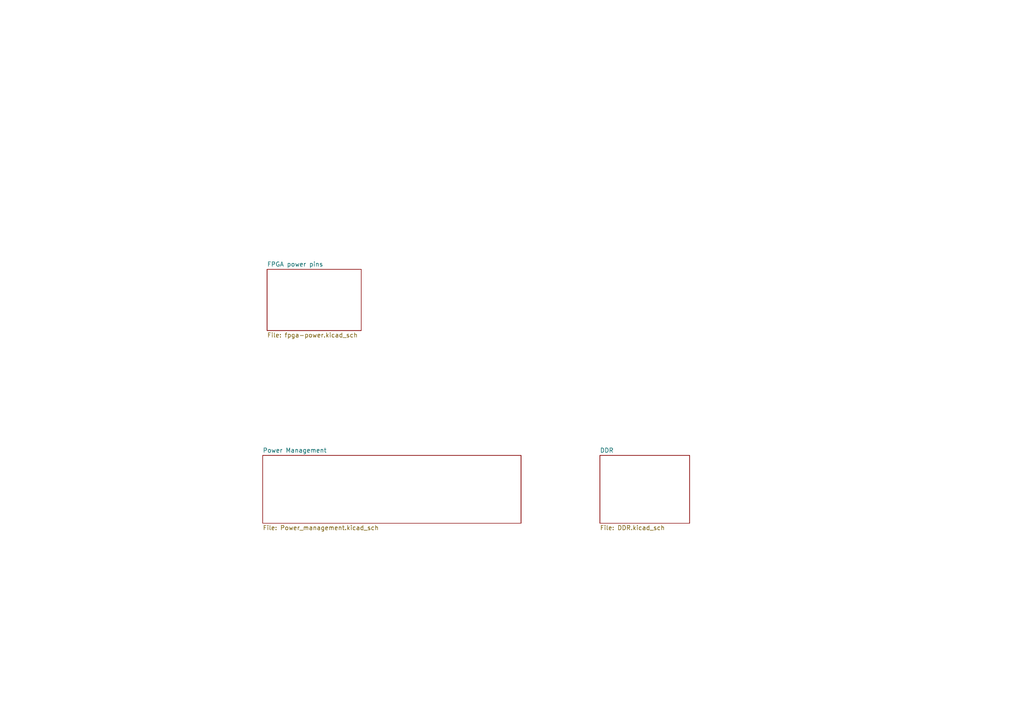
<source format=kicad_sch>
(kicad_sch
	(version 20231120)
	(generator "eeschema")
	(generator_version "8.0")
	(uuid "bfbf29d7-ad29-43e7-b23f-5805508cd3f0")
	(paper "A4")
	(title_block
		(title "Overall")
		(company "IITH")
		(comment 1 "Prajwal M")
	)
	(lib_symbols)
	(sheet
		(at 77.47 78.105)
		(size 27.305 17.78)
		(fields_autoplaced yes)
		(stroke
			(width 0.1524)
			(type solid)
		)
		(fill
			(color 0 0 0 0.0000)
		)
		(uuid "2ea0a37b-ec3f-4963-a70d-616cc957f267")
		(property "Sheetname" "FPGA power pins"
			(at 77.47 77.3934 0)
			(effects
				(font
					(size 1.27 1.27)
				)
				(justify left bottom)
			)
		)
		(property "Sheetfile" "fpga-power.kicad_sch"
			(at 77.47 96.4696 0)
			(effects
				(font
					(size 1.27 1.27)
				)
				(justify left top)
			)
		)
		(instances
			(project "gameboy"
				(path "/bfbf29d7-ad29-43e7-b23f-5805508cd3f0"
					(page "12")
				)
			)
		)
	)
	(sheet
		(at 76.2 132.08)
		(size 74.93 19.685)
		(fields_autoplaced yes)
		(stroke
			(width 0.1524)
			(type solid)
		)
		(fill
			(color 0 0 0 0.0000)
		)
		(uuid "a40e8631-6af3-4d0f-b1b9-51a13e66bfc2")
		(property "Sheetname" "Power Management"
			(at 76.2 131.3684 0)
			(effects
				(font
					(size 1.27 1.27)
				)
				(justify left bottom)
			)
		)
		(property "Sheetfile" "Power_management.kicad_sch"
			(at 76.2 152.3496 0)
			(effects
				(font
					(size 1.27 1.27)
				)
				(justify left top)
			)
		)
		(instances
			(project "gameboy"
				(path "/bfbf29d7-ad29-43e7-b23f-5805508cd3f0"
					(page "10")
				)
			)
		)
	)
	(sheet
		(at 173.99 132.08)
		(size 26.035 19.685)
		(fields_autoplaced yes)
		(stroke
			(width 0.1524)
			(type solid)
		)
		(fill
			(color 0 0 0 0.0000)
		)
		(uuid "fd3950dc-fcdc-4c6c-b6ed-362340a95212")
		(property "Sheetname" "DDR"
			(at 173.99 131.3684 0)
			(effects
				(font
					(size 1.27 1.27)
				)
				(justify left bottom)
			)
		)
		(property "Sheetfile" "DDR.kicad_sch"
			(at 173.99 152.3496 0)
			(effects
				(font
					(size 1.27 1.27)
				)
				(justify left top)
			)
		)
		(instances
			(project "gameboy"
				(path "/bfbf29d7-ad29-43e7-b23f-5805508cd3f0"
					(page "11")
				)
			)
		)
	)
	(sheet_instances
		(path "/"
			(page "1")
		)
	)
)

</source>
